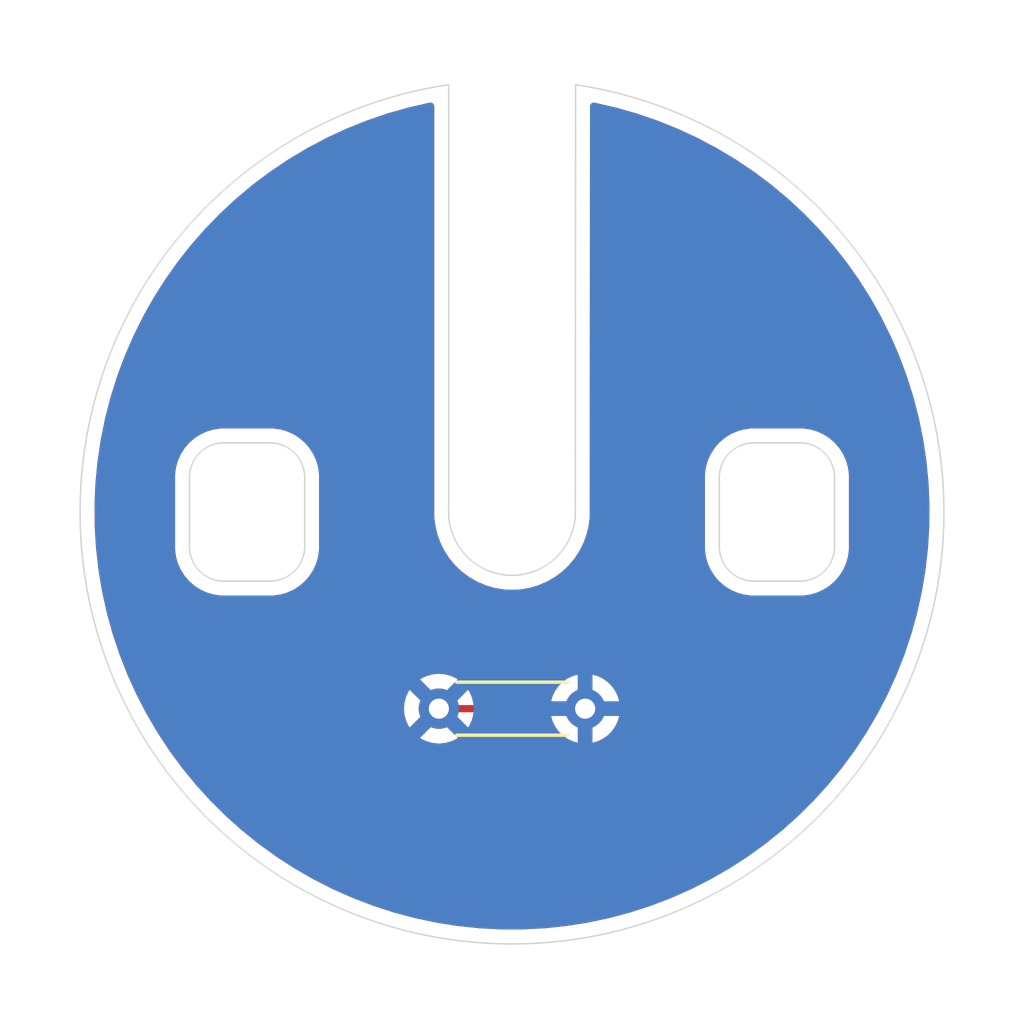
<source format=kicad_pcb>
(kicad_pcb (version 20240108) (generator "pcbnew") (generator_version "8.0")
  (layers (0 "F.Cu" signal) (31 "B.Cu" signal) (34 "B.Paste" user) (35 "F.Paste" user) (36 "B.SilkS" user "B.Silkscreen") (37 "F.SilkS" user "F.Silkscreen") (38 "B.Mask" user) (39 "F.Mask" user) (44 "Edge.Cuts" user))
  (net 0 "")
  (net 1 "GND")
  (footprint "Resistor_THT:R_Axial_DIN0204_L3.6mm_D1.6mm_P5.08mm_Horizontal" (layer "F.Cu") (at -2.54 6.83)
    (property "Reference" "R0" (hide yes))
    (property "Value" " ")
    (fp_line (start 0.62 -0.92) (end 4.46 -0.92) (stroke (width 0.12)) (layer "F.SilkS"))
    (fp_line (start 0.62 0.92) (end 4.46 0.92) (stroke (width 0.12)) (layer "F.SilkS"))
    (pad "1" thru_hole circle (at 0 0) (size 1.4 1.4) (drill 0.7) (layers "*.Cu" "*.Mask") (net 1 "GND"))
    (pad "2" thru_hole oval (at 5.08 0) (size 1.4 1.4) (drill 0.7) (layers "*.Cu" "*.Mask") (net 1 "GND"))
  )
  (gr_arc (start 7.2 -1.2) (mid 7.551472 -2.048528) (end 8.4 -2.4) (stroke (width 0.05)) (layer "Edge.Cuts"))
  (gr_line (start 11.2 -1.2) (end 11.2 1.2) (stroke (width 0.05)) (layer "Edge.Cuts"))
  (gr_arc (start -11.2 -1.2) (mid -10.848528 -2.048528) (end -10 -2.4) (stroke (width 0.05)) (layer "Edge.Cuts"))
  (gr_arc (start -7.2 1.2) (mid -7.551472 2.048528) (end -8.4 2.4) (stroke (width 0.05)) (layer "Edge.Cuts"))
  (gr_arc (start 2.2 0) (mid 0 2.2) (end -2.2 0) (stroke (width 0.05)) (layer "Edge.Cuts"))
  (gr_arc (start -10 2.4) (mid -10.848528 2.048528) (end -11.2 1.2) (stroke (width 0.05)) (layer "Edge.Cuts"))
  (gr_arc (start -8.4 -2.4) (mid -7.551472 -2.048528) (end -7.2 -1.2) (stroke (width 0.05)) (layer "Edge.Cuts"))
  (gr_line (start -10 -2.4) (end -8.4 -2.4) (stroke (width 0.05)) (layer "Edge.Cuts"))
  (gr_line (start 2.2 0) (end 2.20839 -14.83655) (stroke (width 0.05)) (layer "Edge.Cuts"))
  (gr_line (start 7.2 1.2) (end 7.2 -1.2) (stroke (width 0.05)) (layer "Edge.Cuts"))
  (gr_line (start 10 2.4) (end 8.4 2.4) (stroke (width 0.05)) (layer "Edge.Cuts"))
  (gr_line (start -7.2 1.2) (end -7.2 -1.2) (stroke (width 0.05)) (layer "Edge.Cuts"))
  (gr_arc (start 11.2 1.2) (mid 10.848528 2.048528) (end 10 2.4) (stroke (width 0.05)) (layer "Edge.Cuts"))
  (gr_arc (start 8.4 2.4) (mid 7.551472 2.048528) (end 7.2 1.2) (stroke (width 0.05)) (layer "Edge.Cuts"))
  (gr_arc (start 2.208391 -14.836553) (mid -0.004242 15.000009) (end -2.2 -14.8378) (stroke (width 0.05)) (layer "Edge.Cuts"))
  (gr_line (start -8.4 2.4) (end -10 2.4) (stroke (width 0.05)) (layer "Edge.Cuts"))
  (gr_line (start 8.4 -2.4) (end 10 -2.4) (stroke (width 0.05)) (layer "Edge.Cuts"))
  (gr_line (start -11.2 1.2) (end -11.2 -1.2) (stroke (width 0.05)) (layer "Edge.Cuts"))
  (gr_arc (start 10 -2.4) (mid 10.848528 -2.048528) (end 11.2 -1.2) (stroke (width 0.05)) (layer "Edge.Cuts"))
  (gr_line (start -2.2 0) (end -2.2 -14.8378) (stroke (width 0.05)) (layer "Edge.Cuts"))
  (segment (start -2.54 6.83) (end 2.54 6.83) (width 0.25) (layer "F.Cu") (net 1))
  (zone (net 1) (net_name "GND") (layer "F.Cu") (connect_pads (clearance 0.508)) (min_thickness 0.254) (fill yes (thermal_gap 0.508) (thermal_bridge_width 0.508))
    (polygon (pts (xy 17.78 17.78) (xy -17.78 17.78) (xy -17.78 -17.78) (xy 17.78 -17.78)))
  )
  (zone (net 1) (net_name "GND") (layer "B.Cu") (connect_pads (clearance 0.508)) (min_thickness 0.254) (fill yes (thermal_gap 0.508) (thermal_bridge_width 0.508))
    (polygon (pts (xy 17.78 17.78) (xy -17.78 17.78) (xy -17.78 -17.78) (xy 17.78 -17.78)))
  )
)
</source>
